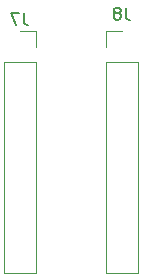
<source format=gbo>
%TF.GenerationSoftware,KiCad,Pcbnew,(5.1.8-0-10_14)*%
%TF.CreationDate,2021-07-08T18:47:32+01:00*%
%TF.ProjectId,serge-r6-gate-ringmod,73657267-652d-4723-962d-676174652d72,rev?*%
%TF.SameCoordinates,Original*%
%TF.FileFunction,Legend,Bot*%
%TF.FilePolarity,Positive*%
%FSLAX46Y46*%
G04 Gerber Fmt 4.6, Leading zero omitted, Abs format (unit mm)*
G04 Created by KiCad (PCBNEW (5.1.8-0-10_14)) date 2021-07-08 18:47:32*
%MOMM*%
%LPD*%
G01*
G04 APERTURE LIST*
%ADD10C,0.120000*%
%ADD11C,0.150000*%
G04 APERTURE END LIST*
D10*
%TO.C,J8*%
X117475000Y-79950000D02*
X116145000Y-79950000D01*
X116145000Y-79950000D02*
X116145000Y-81280000D01*
X116145000Y-82550000D02*
X116145000Y-100390000D01*
X118805000Y-100390000D02*
X116145000Y-100390000D01*
X118805000Y-82550000D02*
X118805000Y-100390000D01*
X118805000Y-82550000D02*
X116145000Y-82550000D01*
%TO.C,J7*%
X110169000Y-79950000D02*
X108839000Y-79950000D01*
X110169000Y-81280000D02*
X110169000Y-79950000D01*
X110169000Y-82550000D02*
X107509000Y-82550000D01*
X107509000Y-82550000D02*
X107509000Y-100390000D01*
X110169000Y-82550000D02*
X110169000Y-100390000D01*
X110169000Y-100390000D02*
X107509000Y-100390000D01*
%TO.C,J8*%
D11*
X117808333Y-77962380D02*
X117808333Y-78676666D01*
X117855952Y-78819523D01*
X117951190Y-78914761D01*
X118094047Y-78962380D01*
X118189285Y-78962380D01*
X117189285Y-78390952D02*
X117284523Y-78343333D01*
X117332142Y-78295714D01*
X117379761Y-78200476D01*
X117379761Y-78152857D01*
X117332142Y-78057619D01*
X117284523Y-78010000D01*
X117189285Y-77962380D01*
X116998809Y-77962380D01*
X116903571Y-78010000D01*
X116855952Y-78057619D01*
X116808333Y-78152857D01*
X116808333Y-78200476D01*
X116855952Y-78295714D01*
X116903571Y-78343333D01*
X116998809Y-78390952D01*
X117189285Y-78390952D01*
X117284523Y-78438571D01*
X117332142Y-78486190D01*
X117379761Y-78581428D01*
X117379761Y-78771904D01*
X117332142Y-78867142D01*
X117284523Y-78914761D01*
X117189285Y-78962380D01*
X116998809Y-78962380D01*
X116903571Y-78914761D01*
X116855952Y-78867142D01*
X116808333Y-78771904D01*
X116808333Y-78581428D01*
X116855952Y-78486190D01*
X116903571Y-78438571D01*
X116998809Y-78390952D01*
%TO.C,J7*%
X109172333Y-78402380D02*
X109172333Y-79116666D01*
X109219952Y-79259523D01*
X109315190Y-79354761D01*
X109458047Y-79402380D01*
X109553285Y-79402380D01*
X108791380Y-78402380D02*
X108124714Y-78402380D01*
X108553285Y-79402380D01*
%TD*%
M02*

</source>
